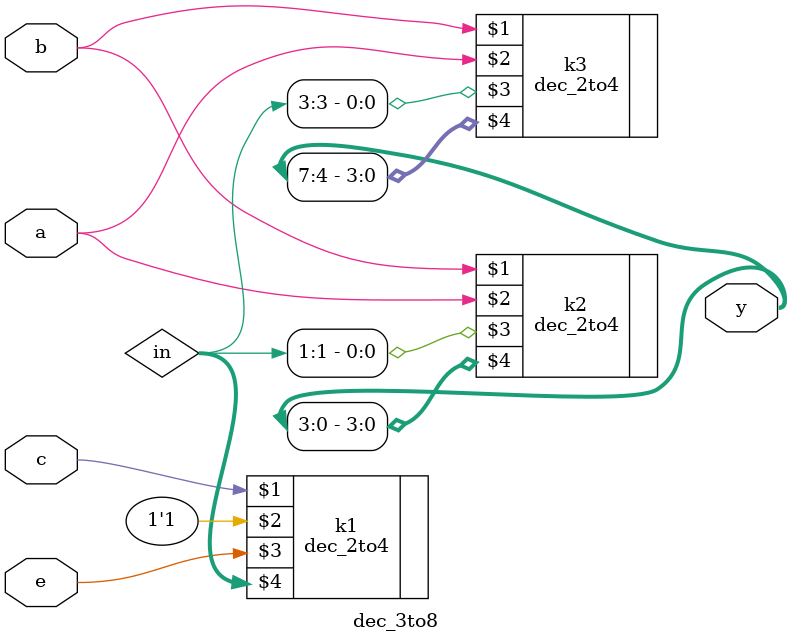
<source format=v>
`include "A1Q3_dec_2to4.v"

module dec_3to8(a, b, c, e, y);

    input a, b, c, e;
    output [7:0] y;
    wire [3:0] in;

    dec_2to4 k1(c, 1'b1, e, in);
    dec_2to4 k2(b, a, in[1], y[3:0]);
    dec_2to4 k3(b, a, in[3], y[7:4]);

endmodule

</source>
